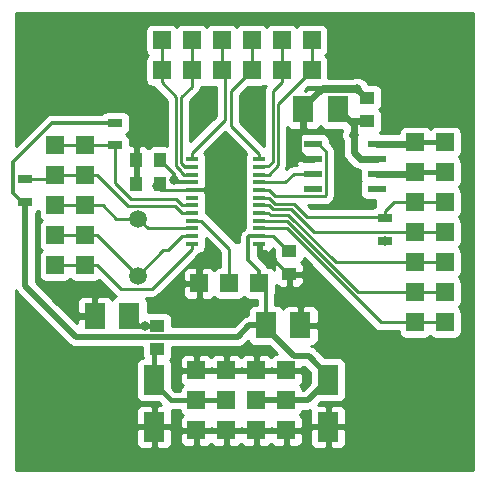
<source format=gbr>
G04 #@! TF.FileFunction,Copper,L2,Bot,Signal*
%FSLAX46Y46*%
G04 Gerber Fmt 4.6, Leading zero omitted, Abs format (unit mm)*
G04 Created by KiCad (PCBNEW 0.201509081510+6169~29~ubuntu15.04.1-product) date Čt 10. září 2015, 16:27:08 CEST*
%MOMM*%
G01*
G04 APERTURE LIST*
%ADD10C,0.150000*%
%ADD11R,1.524000X1.524000*%
%ADD12R,1.800000X2.230000*%
%ADD13R,1.250000X1.000000*%
%ADD14R,1.000000X1.250000*%
%ADD15R,1.800860X2.499360*%
%ADD16C,6.000000*%
%ADD17R,1.300000X0.700000*%
%ADD18R,1.550000X0.600000*%
%ADD19R,1.100000X0.400000*%
%ADD20C,1.501140*%
%ADD21C,0.800000*%
%ADD22C,0.500000*%
%ADD23C,0.300000*%
%ADD24C,0.250000*%
%ADD25C,0.600000*%
%ADD26C,0.400000*%
%ADD27C,0.254000*%
G04 APERTURE END LIST*
D10*
D11*
X15875000Y34798000D03*
X15875000Y37338000D03*
D12*
X25082000Y13208000D03*
X22162000Y13208000D03*
D13*
X24130000Y19542000D03*
X24130000Y17542000D03*
X30734000Y30496000D03*
X30734000Y32496000D03*
D14*
X13192000Y27178000D03*
X11192000Y27178000D03*
D15*
X27432000Y8602980D03*
X27432000Y4605020D03*
X12700000Y8602980D03*
X12700000Y4605020D03*
D11*
X23876000Y4318000D03*
X21336000Y4318000D03*
X23876000Y6858000D03*
X21336000Y6858000D03*
X23876000Y9398000D03*
X21336000Y9398000D03*
X37338000Y26162000D03*
X34798000Y26162000D03*
X37338000Y28702000D03*
X34798000Y28702000D03*
X13335000Y34798000D03*
X13335000Y37338000D03*
X18415000Y34798000D03*
X18415000Y37338000D03*
X20955000Y37338000D03*
X20955000Y34798000D03*
X26035000Y37338000D03*
X26035000Y34798000D03*
X23495000Y37338000D03*
X23495000Y34798000D03*
X16510000Y16764000D03*
X19050000Y16764000D03*
X21590000Y16764000D03*
X6858000Y28448000D03*
X4318000Y28448000D03*
X6858000Y25908000D03*
X4318000Y25908000D03*
X37338000Y18542000D03*
X34798000Y18542000D03*
X37338000Y21082000D03*
X34798000Y21082000D03*
X6858000Y18288000D03*
X4318000Y18288000D03*
X37338000Y13462000D03*
X34798000Y13462000D03*
X37338000Y16002000D03*
X34798000Y16002000D03*
X37338000Y23622000D03*
X34798000Y23622000D03*
X16256000Y9398000D03*
X18796000Y9398000D03*
X16256000Y6858000D03*
X18796000Y6858000D03*
X16256000Y4318000D03*
X18796000Y4318000D03*
X6858000Y20828000D03*
X4318000Y20828000D03*
X6858000Y23368000D03*
X4318000Y23368000D03*
D14*
X13192000Y25146000D03*
X11192000Y25146000D03*
D13*
X12954000Y13192000D03*
X12954000Y11192000D03*
D16*
X35560000Y35560000D03*
X35560000Y5080000D03*
X5080000Y35560000D03*
X5080000Y5080000D03*
D17*
X9398000Y30348000D03*
X9398000Y28448000D03*
X1778000Y23688000D03*
X1778000Y25588000D03*
X32258000Y20386000D03*
X32258000Y22286000D03*
D18*
X26129000Y24765000D03*
X26129000Y26035000D03*
X26129000Y27305000D03*
X26129000Y28575000D03*
X31529000Y28575000D03*
X31529000Y27305000D03*
X31529000Y26035000D03*
X31529000Y24765000D03*
D19*
X15885001Y20118466D03*
X15885001Y20768466D03*
X15885001Y21418466D03*
X15885001Y22068466D03*
X15885001Y22718466D03*
X15885001Y23368466D03*
X15885001Y24018466D03*
X15885001Y24668466D03*
X15885001Y25318466D03*
X15885001Y25968466D03*
X15885001Y26618466D03*
X15885001Y27268466D03*
X21585001Y27268466D03*
X21585001Y26618466D03*
X21585001Y25968466D03*
X21585001Y25318466D03*
X21585001Y24668466D03*
X21585001Y24018466D03*
X21585001Y23368466D03*
X21585001Y22718466D03*
X21585001Y22068466D03*
X21585001Y21418466D03*
X21585001Y20768466D03*
X21585001Y20118466D03*
D20*
X11303000Y22252940D03*
X11303000Y17371060D03*
D12*
X25337000Y31496000D03*
X28257000Y31496000D03*
X7684000Y13970000D03*
X10604000Y13970000D03*
D21*
X17280000Y18796000D03*
X5588000Y15621000D03*
X32258000Y20386000D03*
X24130000Y19558000D03*
X29591000Y29337000D03*
X14351000Y25527028D03*
X11886691Y13192000D03*
X29894000Y33211000D03*
X12954000Y25019000D03*
X25337000Y31496000D03*
X19431000Y21336000D03*
X18033998Y25400000D03*
X16383000Y31369000D03*
X20447000Y31369000D03*
D22*
X16510000Y16764000D02*
X16510000Y18026000D01*
X16510000Y18026000D02*
X17280000Y18796000D01*
X6350000Y13970000D02*
X5588000Y14732000D01*
X5588000Y14732000D02*
X5588000Y15621000D01*
X7684000Y13970000D02*
X6350000Y13970000D01*
D23*
X21585001Y19618466D02*
X21822695Y19380772D01*
X24130000Y17542000D02*
X24005000Y17542000D01*
X24005000Y17542000D02*
X22166228Y19380772D01*
X22166228Y19380772D02*
X21822695Y19380772D01*
X21585001Y20118466D02*
X21585001Y19618466D01*
D22*
X22162000Y13208000D02*
X20762000Y13208000D01*
X20762000Y13208000D02*
X19795999Y12241999D01*
X19795999Y12241999D02*
X6046001Y12241999D01*
X1778000Y22838000D02*
X1778000Y23688000D01*
X6046001Y12241999D02*
X1778000Y16510000D01*
X1778000Y16510000D02*
X1778000Y22838000D01*
X27432000Y8602980D02*
X27432000Y8952230D01*
X27432000Y8952230D02*
X25774229Y10610001D01*
X25774229Y10610001D02*
X24544999Y10610001D01*
X24544999Y10610001D02*
X22162000Y12993000D01*
X22162000Y12993000D02*
X22162000Y13208000D01*
X23876000Y6858000D02*
X25687020Y6858000D01*
X25687020Y6858000D02*
X27432000Y8602980D01*
X21336000Y6858000D02*
X23876000Y6858000D01*
D23*
X21585001Y20768466D02*
X20735001Y20768466D01*
X20735001Y20768466D02*
X20685000Y20718465D01*
X20685000Y20718465D02*
X20685000Y18731000D01*
X20685000Y18731000D02*
X21590000Y17826000D01*
X21590000Y17826000D02*
X21590000Y16764000D01*
X9398000Y30348000D02*
X4063998Y30348000D01*
X4063998Y30348000D02*
X777999Y27062001D01*
X777999Y27062001D02*
X777999Y24388001D01*
X777999Y24388001D02*
X1478000Y23688000D01*
X1478000Y23688000D02*
X1778000Y23688000D01*
D24*
X22778534Y20768466D02*
X22385001Y20768466D01*
X24130000Y19542000D02*
X24005000Y19542000D01*
X24005000Y19542000D02*
X22778534Y20768466D01*
X22385001Y20768466D02*
X21585001Y20768466D01*
D23*
X22162000Y13208000D02*
X22162000Y16192000D01*
X22162000Y16192000D02*
X21590000Y16764000D01*
D24*
X21590000Y16764000D02*
X21590000Y17776000D01*
D25*
X28257000Y31496000D02*
X29591000Y30162000D01*
X29591000Y30162000D02*
X29591000Y29464000D01*
X29591000Y29464000D02*
X29464000Y29337000D01*
X29591000Y28771315D02*
X29591000Y29337000D01*
X29591000Y27868000D02*
X29591000Y28771315D01*
X30154000Y27305000D02*
X29591000Y27868000D01*
X31529000Y27305000D02*
X30154000Y27305000D01*
X30734000Y30496000D02*
X29257000Y30496000D01*
X29257000Y30496000D02*
X28257000Y31496000D01*
X28257000Y31496000D02*
X28257000Y31281000D01*
X30609000Y30496000D02*
X30734000Y30496000D01*
D23*
X14351000Y25527028D02*
X14559562Y25318466D01*
X14559562Y25318466D02*
X15885001Y25318466D01*
X14351000Y25527028D02*
X14351000Y26019000D01*
X14351000Y26019000D02*
X13192000Y27178000D01*
D26*
X11886691Y13192000D02*
X11382000Y13192000D01*
X12954000Y13192000D02*
X11886691Y13192000D01*
X11382000Y13192000D02*
X10604000Y13970000D01*
D24*
X15885001Y25318466D02*
X14926534Y25318466D01*
X13192000Y27053000D02*
X13192000Y27178000D01*
D25*
X30609000Y32496000D02*
X29894000Y33211000D01*
D24*
X13304534Y24668466D02*
X12954000Y25019000D01*
X15885001Y24668466D02*
X13304534Y24668466D01*
D25*
X25337000Y31496000D02*
X25337000Y29781000D01*
X25337000Y29781000D02*
X24853999Y29297999D01*
X24853999Y29297999D02*
X24853999Y27874999D01*
X24853999Y27874999D02*
X25423998Y27305000D01*
X25423998Y27305000D02*
X26129000Y27305000D01*
X30734000Y32496000D02*
X30609000Y32496000D01*
X29894000Y33211000D02*
X26837000Y33211000D01*
X26837000Y33211000D02*
X25337000Y31711000D01*
X25337000Y31711000D02*
X25337000Y31496000D01*
D23*
X18033998Y25400000D02*
X18033998Y22733002D01*
X18033998Y22733002D02*
X19431000Y21336000D01*
X17302464Y24668466D02*
X17633999Y25000001D01*
X15885001Y24668466D02*
X17302464Y24668466D01*
X17633999Y25000001D02*
X18033998Y25400000D01*
D25*
X31529000Y26035000D02*
X34671000Y26035000D01*
X34671000Y26035000D02*
X34798000Y26162000D01*
D26*
X34798000Y26162000D02*
X37338000Y26162000D01*
D25*
X31529000Y28575000D02*
X34671000Y28575000D01*
X34671000Y28575000D02*
X34798000Y28702000D01*
D26*
X34798000Y28702000D02*
X37338000Y28702000D01*
D24*
X15010000Y26292406D02*
X15010000Y26158465D01*
X13335000Y33782000D02*
X14559989Y32557011D01*
X14559989Y32557011D02*
X14559991Y26742415D01*
X15010000Y26158465D02*
X15199999Y25968466D01*
X15199999Y25968466D02*
X15885001Y25968466D01*
X14559991Y26742415D02*
X15010000Y26292406D01*
X13335000Y34798000D02*
X13335000Y35810000D01*
X13335000Y35810000D02*
X13335000Y37338000D01*
X13335000Y34798000D02*
X13335000Y33786000D01*
X15875000Y33786000D02*
X15875000Y34798000D01*
X15010000Y26928816D02*
X15010000Y32536000D01*
X15010000Y32536000D02*
X15875000Y33401000D01*
X15320350Y26618466D02*
X15010000Y26928816D01*
X15885001Y26618466D02*
X15320350Y26618466D01*
X15875000Y33401000D02*
X15875000Y33786000D01*
X15875000Y34798000D02*
X15875000Y35810000D01*
X15875000Y35810000D02*
X15875000Y37338000D01*
X15885001Y27268466D02*
X15885001Y27823001D01*
X15885001Y27823001D02*
X18669000Y30607000D01*
X18669000Y30607000D02*
X18669000Y34544000D01*
X18669000Y34544000D02*
X18415000Y34798000D01*
X18415000Y34798000D02*
X18415000Y37338000D01*
X20955000Y34798000D02*
X20955000Y35810000D01*
X20955000Y35810000D02*
X20955000Y37338000D01*
X21585001Y27268466D02*
X21585001Y27718466D01*
X21585001Y27718466D02*
X19177000Y30126467D01*
X19177000Y30126467D02*
X19177000Y33020000D01*
X19177000Y33020000D02*
X20955000Y34798000D01*
X22385001Y25968466D02*
X21585001Y25968466D01*
X23183011Y26766476D02*
X22385001Y25968466D01*
X23183011Y31946011D02*
X23183011Y26766476D01*
X26035000Y34798000D02*
X23183011Y31946011D01*
X26035000Y34798000D02*
X26035000Y35810000D01*
X26035000Y35810000D02*
X26035000Y37338000D01*
X21160011Y26693456D02*
X22344993Y26693456D01*
X22733000Y33024000D02*
X23495000Y33786000D01*
X22344993Y26693456D02*
X22733000Y27081463D01*
X22733000Y27081463D02*
X22733000Y33024000D01*
X23495000Y33786000D02*
X23495000Y34798000D01*
X21585001Y26618466D02*
X21160011Y26618466D01*
X21160011Y26618466D02*
X21160011Y26693456D01*
X23495000Y34798000D02*
X23495000Y35810000D01*
X23495000Y35810000D02*
X23495000Y37338000D01*
X15885001Y22068466D02*
X16685001Y22068466D01*
X16685001Y22068466D02*
X19050000Y19703467D01*
X19050000Y19703467D02*
X19050000Y17776000D01*
X19050000Y17776000D02*
X19050000Y16764000D01*
X15885001Y23368466D02*
X15085001Y23368466D01*
X10751998Y23876000D02*
X9398000Y25229998D01*
X15085001Y23368466D02*
X14577467Y23876000D01*
X14577467Y23876000D02*
X10751998Y23876000D01*
X9398000Y25229998D02*
X9398000Y27848000D01*
X9398000Y27848000D02*
X9398000Y28448000D01*
X6858000Y28448000D02*
X4318000Y28448000D01*
X9398000Y28448000D02*
X8498000Y28448000D01*
X8498000Y28448000D02*
X6858000Y28448000D01*
X4318000Y25908000D02*
X5330000Y25908000D01*
X5330000Y25908000D02*
X6858000Y25908000D01*
X1778000Y25588000D02*
X3998000Y25588000D01*
X3998000Y25588000D02*
X4318000Y25908000D01*
X6858000Y25908000D02*
X7870000Y25908000D01*
X14474956Y23328511D02*
X15085001Y22718466D01*
X7870000Y25908000D02*
X10449489Y23328511D01*
X10449489Y23328511D02*
X14474956Y23328511D01*
X15085001Y22718466D02*
X15885001Y22718466D01*
X33786000Y18542000D02*
X34798000Y18542000D01*
X28112824Y18542000D02*
X33786000Y18542000D01*
X24059846Y22594978D02*
X28112824Y18542000D01*
X22508489Y22594978D02*
X24059846Y22594978D01*
X22385001Y22718466D02*
X22508489Y22594978D01*
X21585001Y22718466D02*
X22385001Y22718466D01*
X34798000Y18542000D02*
X35810000Y18542000D01*
X35810000Y18542000D02*
X37338000Y18542000D01*
X31909999Y21111001D02*
X33756999Y21111001D01*
X31880998Y21082000D02*
X31909999Y21111001D01*
X24269007Y23044989D02*
X26231996Y21082000D01*
X26231996Y21082000D02*
X31880998Y21082000D01*
X22722067Y23044989D02*
X24269007Y23044989D01*
X21585001Y23368466D02*
X22398590Y23368466D01*
X22398590Y23368466D02*
X22722067Y23044989D01*
X33786000Y21082000D02*
X34798000Y21082000D01*
X33756999Y21111001D02*
X33786000Y21082000D01*
X37338000Y21082000D02*
X34798000Y21082000D01*
X6858000Y18288000D02*
X4318000Y18288000D01*
X6858000Y18288000D02*
X7870000Y18288000D01*
X7870000Y18288000D02*
X9862511Y16295489D01*
X12512024Y16295489D02*
X15885001Y19668466D01*
X9862511Y16295489D02*
X12512024Y16295489D01*
X15885001Y19668466D02*
X15885001Y20118466D01*
X23919123Y21418466D02*
X31875589Y13462000D01*
X21585001Y21418466D02*
X23919123Y21418466D01*
X31875589Y13462000D02*
X33786000Y13462000D01*
X33786000Y13462000D02*
X34798000Y13462000D01*
X34798000Y13462000D02*
X35810000Y13462000D01*
X35810000Y13462000D02*
X37338000Y13462000D01*
X22385001Y22068466D02*
X21585001Y22068466D01*
X29972000Y16002000D02*
X23905534Y22068466D01*
X23905534Y22068466D02*
X22385001Y22068466D01*
X34798000Y16002000D02*
X29972000Y16002000D01*
X37338000Y16002000D02*
X34798000Y16002000D01*
X32512000Y22352000D02*
X25654000Y22352000D01*
X25654000Y22352000D02*
X24511000Y23495000D01*
X24511000Y23495000D02*
X22908467Y23495000D01*
X22908467Y23495000D02*
X22385001Y24018466D01*
X22385001Y24018466D02*
X21585001Y24018466D01*
X34798000Y23622000D02*
X32994000Y23622000D01*
X32994000Y23622000D02*
X32258000Y22886000D01*
X32258000Y22886000D02*
X32258000Y22286000D01*
X34798000Y23622000D02*
X33782000Y23622000D01*
X34798000Y23622000D02*
X35810000Y23622000D01*
X35810000Y23622000D02*
X37338000Y23622000D01*
X4318000Y20828000D02*
X5330000Y20828000D01*
X5330000Y20828000D02*
X6858000Y20828000D01*
X11303000Y17371060D02*
X7846060Y20828000D01*
X7846060Y20828000D02*
X6858000Y20828000D01*
X13874535Y19558000D02*
X13489940Y19558000D01*
X13489940Y19558000D02*
X11303000Y17371060D01*
X15085001Y20768466D02*
X13874535Y19558000D01*
X15885001Y20768466D02*
X15085001Y20768466D01*
X6858000Y23368000D02*
X5846000Y23368000D01*
X5846000Y23368000D02*
X4318000Y23368000D01*
X9497060Y22252940D02*
X8382000Y23368000D01*
X8382000Y23368000D02*
X6858000Y23368000D01*
X11303000Y22252940D02*
X9497060Y22252940D01*
X15885001Y21418466D02*
X12137474Y21418466D01*
X12137474Y21418466D02*
X11303000Y22252940D01*
X23794466Y25318466D02*
X24511000Y26035000D01*
X24511000Y26035000D02*
X26129000Y26035000D01*
X23794466Y25318466D02*
X21585001Y25318466D01*
X22913468Y24139999D02*
X27164001Y24139999D01*
X27164001Y24139999D02*
X27229001Y24204999D01*
X27229001Y24204999D02*
X27229001Y27949999D01*
X27229001Y27949999D02*
X26604000Y28575000D01*
X26604000Y28575000D02*
X26129000Y28575000D01*
X21585001Y24668466D02*
X22385001Y24668466D01*
X22385001Y24668466D02*
X22913468Y24139999D01*
D26*
X12700000Y8602980D02*
X12700000Y10938000D01*
X12700000Y10938000D02*
X12954000Y11192000D01*
X16256000Y6858000D02*
X14095730Y6858000D01*
X14095730Y6858000D02*
X12700000Y8253730D01*
X12700000Y8253730D02*
X12700000Y8602980D01*
X18796000Y6858000D02*
X16256000Y6858000D01*
D27*
G36*
X39676000Y964000D02*
X964000Y964000D01*
X964000Y4319270D01*
X11164570Y4319270D01*
X11164570Y3229031D01*
X11261243Y2995642D01*
X11439871Y2817013D01*
X11673260Y2720340D01*
X12414250Y2720340D01*
X12573000Y2879090D01*
X12573000Y4478020D01*
X12827000Y4478020D01*
X12827000Y2879090D01*
X12985750Y2720340D01*
X13726740Y2720340D01*
X13960129Y2817013D01*
X14138757Y2995642D01*
X14235430Y3229031D01*
X14235430Y4032250D01*
X14859000Y4032250D01*
X14859000Y3429690D01*
X14955673Y3196301D01*
X15134302Y3017673D01*
X15367691Y2921000D01*
X15970250Y2921000D01*
X16129000Y3079750D01*
X16129000Y4191000D01*
X16383000Y4191000D01*
X16383000Y3079750D01*
X16541750Y2921000D01*
X17144309Y2921000D01*
X17377698Y3017673D01*
X17526000Y3165974D01*
X17674302Y3017673D01*
X17907691Y2921000D01*
X18510250Y2921000D01*
X18669000Y3079750D01*
X18669000Y4191000D01*
X18923000Y4191000D01*
X18923000Y3079750D01*
X19081750Y2921000D01*
X19684309Y2921000D01*
X19917698Y3017673D01*
X20066000Y3165974D01*
X20214302Y3017673D01*
X20447691Y2921000D01*
X21050250Y2921000D01*
X21209000Y3079750D01*
X21209000Y4191000D01*
X21463000Y4191000D01*
X21463000Y3079750D01*
X21621750Y2921000D01*
X22224309Y2921000D01*
X22457698Y3017673D01*
X22606000Y3165974D01*
X22754302Y3017673D01*
X22987691Y2921000D01*
X23590250Y2921000D01*
X23749000Y3079750D01*
X23749000Y4191000D01*
X24003000Y4191000D01*
X24003000Y3079750D01*
X24161750Y2921000D01*
X24764309Y2921000D01*
X24997698Y3017673D01*
X25176327Y3196301D01*
X25273000Y3429690D01*
X25273000Y4032250D01*
X25114250Y4191000D01*
X24003000Y4191000D01*
X23749000Y4191000D01*
X22637750Y4191000D01*
X22606000Y4159250D01*
X22574250Y4191000D01*
X21463000Y4191000D01*
X21209000Y4191000D01*
X20097750Y4191000D01*
X20066000Y4159250D01*
X20034250Y4191000D01*
X18923000Y4191000D01*
X18669000Y4191000D01*
X17557750Y4191000D01*
X17526000Y4159250D01*
X17494250Y4191000D01*
X16383000Y4191000D01*
X16129000Y4191000D01*
X15017750Y4191000D01*
X14859000Y4032250D01*
X14235430Y4032250D01*
X14235430Y4319270D01*
X25896570Y4319270D01*
X25896570Y3229031D01*
X25993243Y2995642D01*
X26171871Y2817013D01*
X26405260Y2720340D01*
X27146250Y2720340D01*
X27305000Y2879090D01*
X27305000Y4478020D01*
X27559000Y4478020D01*
X27559000Y2879090D01*
X27717750Y2720340D01*
X28458740Y2720340D01*
X28692129Y2817013D01*
X28870757Y2995642D01*
X28967430Y3229031D01*
X28967430Y4319270D01*
X28808680Y4478020D01*
X27559000Y4478020D01*
X27305000Y4478020D01*
X26055320Y4478020D01*
X25896570Y4319270D01*
X14235430Y4319270D01*
X14076680Y4478020D01*
X12827000Y4478020D01*
X12573000Y4478020D01*
X11323320Y4478020D01*
X11164570Y4319270D01*
X964000Y4319270D01*
X964000Y5981009D01*
X11164570Y5981009D01*
X11164570Y4890770D01*
X11323320Y4732020D01*
X12573000Y4732020D01*
X12573000Y6330950D01*
X12414250Y6489700D01*
X11673260Y6489700D01*
X11439871Y6393027D01*
X11261243Y6214398D01*
X11164570Y5981009D01*
X964000Y5981009D01*
X964000Y16165888D01*
X1073506Y16002000D01*
X1152210Y15884210D01*
X5420209Y11616212D01*
X5420211Y11616209D01*
X5707326Y11424366D01*
X5763517Y11413189D01*
X6046001Y11356998D01*
X6046006Y11356999D01*
X11681560Y11356999D01*
X11681560Y10692000D01*
X11720469Y10485216D01*
X11564253Y10455822D01*
X11348129Y10316750D01*
X11203139Y10104550D01*
X11152130Y9852660D01*
X11152130Y7353300D01*
X11196408Y7117983D01*
X11335480Y6901859D01*
X11547680Y6756869D01*
X11799570Y6705860D01*
X13067002Y6705860D01*
X13283162Y6489700D01*
X12985750Y6489700D01*
X12827000Y6330950D01*
X12827000Y4732020D01*
X14076680Y4732020D01*
X14235430Y4890770D01*
X14235430Y5981009D01*
X14218037Y6023000D01*
X14860296Y6023000D01*
X14890838Y5860683D01*
X15029910Y5644559D01*
X15107511Y5591536D01*
X14955673Y5439699D01*
X14859000Y5206310D01*
X14859000Y4603750D01*
X15017750Y4445000D01*
X16129000Y4445000D01*
X16129000Y4465000D01*
X16383000Y4465000D01*
X16383000Y4445000D01*
X17494250Y4445000D01*
X17526000Y4476750D01*
X17557750Y4445000D01*
X18669000Y4445000D01*
X18669000Y4465000D01*
X18923000Y4465000D01*
X18923000Y4445000D01*
X20034250Y4445000D01*
X20066000Y4476750D01*
X20097750Y4445000D01*
X21209000Y4445000D01*
X21209000Y4465000D01*
X21463000Y4465000D01*
X21463000Y4445000D01*
X22574250Y4445000D01*
X22606000Y4476750D01*
X22637750Y4445000D01*
X23749000Y4445000D01*
X23749000Y4465000D01*
X24003000Y4465000D01*
X24003000Y4445000D01*
X25114250Y4445000D01*
X25273000Y4603750D01*
X25273000Y5206310D01*
X25176327Y5439699D01*
X25025354Y5590671D01*
X25089441Y5631910D01*
X25234431Y5844110D01*
X25260532Y5973000D01*
X25687015Y5973000D01*
X25687020Y5972999D01*
X25911770Y6017706D01*
X25896570Y5981009D01*
X25896570Y4890770D01*
X26055320Y4732020D01*
X27305000Y4732020D01*
X27305000Y6330950D01*
X27559000Y6330950D01*
X27559000Y4732020D01*
X28808680Y4732020D01*
X28967430Y4890770D01*
X28967430Y5981009D01*
X28870757Y6214398D01*
X28692129Y6393027D01*
X28458740Y6489700D01*
X27717750Y6489700D01*
X27559000Y6330950D01*
X27305000Y6330950D01*
X27146250Y6489700D01*
X26570300Y6489700D01*
X26786460Y6705860D01*
X28332430Y6705860D01*
X28567747Y6750138D01*
X28783871Y6889210D01*
X28928861Y7101410D01*
X28979870Y7353300D01*
X28979870Y9852660D01*
X28935592Y10087977D01*
X28796520Y10304101D01*
X28584320Y10449091D01*
X28332430Y10500100D01*
X27135710Y10500100D01*
X26400019Y11235791D01*
X26367468Y11257541D01*
X26112904Y11427634D01*
X26056713Y11438811D01*
X25960246Y11458000D01*
X26108309Y11458000D01*
X26341698Y11554673D01*
X26520327Y11733301D01*
X26617000Y11966690D01*
X26617000Y12922250D01*
X26458250Y13081000D01*
X25209000Y13081000D01*
X25209000Y13061000D01*
X24955000Y13061000D01*
X24955000Y13081000D01*
X24935000Y13081000D01*
X24935000Y13335000D01*
X24955000Y13335000D01*
X24955000Y14799250D01*
X25209000Y14799250D01*
X25209000Y13335000D01*
X26458250Y13335000D01*
X26617000Y13493750D01*
X26617000Y14449310D01*
X26520327Y14682699D01*
X26341698Y14861327D01*
X26108309Y14958000D01*
X25367750Y14958000D01*
X25209000Y14799250D01*
X24955000Y14799250D01*
X24796250Y14958000D01*
X24055691Y14958000D01*
X23822302Y14861327D01*
X23643673Y14682699D01*
X23620744Y14627344D01*
X23526090Y14774441D01*
X23313890Y14919431D01*
X23062000Y14970440D01*
X22947000Y14970440D01*
X22947000Y15748016D01*
X22948431Y15750110D01*
X22999440Y16002000D01*
X22999440Y16649535D01*
X23145301Y16503673D01*
X23378690Y16407000D01*
X23844250Y16407000D01*
X24003000Y16565750D01*
X24003000Y17415000D01*
X24257000Y17415000D01*
X24257000Y16565750D01*
X24415750Y16407000D01*
X24881310Y16407000D01*
X25114699Y16503673D01*
X25293327Y16682302D01*
X25390000Y16915691D01*
X25390000Y17256250D01*
X25231250Y17415000D01*
X24257000Y17415000D01*
X24003000Y17415000D01*
X23983000Y17415000D01*
X23983000Y17669000D01*
X24003000Y17669000D01*
X24003000Y17689000D01*
X24257000Y17689000D01*
X24257000Y17669000D01*
X25231250Y17669000D01*
X25390000Y17827750D01*
X25390000Y18168309D01*
X25293327Y18401698D01*
X25152090Y18542936D01*
X25206441Y18577910D01*
X25351431Y18790110D01*
X25371849Y18890938D01*
X31338188Y12924599D01*
X31584750Y12759852D01*
X31875589Y12702000D01*
X33388560Y12702000D01*
X33388560Y12700000D01*
X33432838Y12464683D01*
X33571910Y12248559D01*
X33784110Y12103569D01*
X34036000Y12052560D01*
X35560000Y12052560D01*
X35795317Y12096838D01*
X36011441Y12235910D01*
X36067374Y12317770D01*
X36111910Y12248559D01*
X36324110Y12103569D01*
X36576000Y12052560D01*
X38100000Y12052560D01*
X38335317Y12096838D01*
X38551441Y12235910D01*
X38696431Y12448110D01*
X38747440Y12700000D01*
X38747440Y14224000D01*
X38703162Y14459317D01*
X38564090Y14675441D01*
X38482230Y14731374D01*
X38551441Y14775910D01*
X38696431Y14988110D01*
X38747440Y15240000D01*
X38747440Y16764000D01*
X38703162Y16999317D01*
X38564090Y17215441D01*
X38482230Y17271374D01*
X38551441Y17315910D01*
X38696431Y17528110D01*
X38747440Y17780000D01*
X38747440Y19304000D01*
X38703162Y19539317D01*
X38564090Y19755441D01*
X38482230Y19811374D01*
X38551441Y19855910D01*
X38696431Y20068110D01*
X38747440Y20320000D01*
X38747440Y21844000D01*
X38703162Y22079317D01*
X38564090Y22295441D01*
X38482230Y22351374D01*
X38551441Y22395910D01*
X38696431Y22608110D01*
X38747440Y22860000D01*
X38747440Y24384000D01*
X38703162Y24619317D01*
X38564090Y24835441D01*
X38482230Y24891374D01*
X38551441Y24935910D01*
X38696431Y25148110D01*
X38747440Y25400000D01*
X38747440Y26924000D01*
X38703162Y27159317D01*
X38564090Y27375441D01*
X38482230Y27431374D01*
X38551441Y27475910D01*
X38696431Y27688110D01*
X38747440Y27940000D01*
X38747440Y29464000D01*
X38703162Y29699317D01*
X38564090Y29915441D01*
X38351890Y30060431D01*
X38100000Y30111440D01*
X36576000Y30111440D01*
X36340683Y30067162D01*
X36124559Y29928090D01*
X36068626Y29846230D01*
X36024090Y29915441D01*
X35811890Y30060431D01*
X35560000Y30111440D01*
X34036000Y30111440D01*
X33800683Y30067162D01*
X33584559Y29928090D01*
X33439569Y29715890D01*
X33397875Y29510000D01*
X32365431Y29510000D01*
X32304000Y29522440D01*
X31795724Y29522440D01*
X31810441Y29531910D01*
X31955431Y29744110D01*
X32006440Y29996000D01*
X32006440Y30996000D01*
X31962162Y31231317D01*
X31823090Y31447441D01*
X31753289Y31495134D01*
X31810441Y31531910D01*
X31955431Y31744110D01*
X32006440Y31996000D01*
X32006440Y32996000D01*
X31962162Y33231317D01*
X31823090Y33447441D01*
X31610890Y33592431D01*
X31359000Y33643440D01*
X30835191Y33643440D01*
X30771942Y33796515D01*
X30481046Y34087919D01*
X30100777Y34245820D01*
X29689029Y34246179D01*
X29446576Y34146000D01*
X27444440Y34146000D01*
X27444440Y35560000D01*
X27400162Y35795317D01*
X27261090Y36011441D01*
X27179230Y36067374D01*
X27248441Y36111910D01*
X27393431Y36324110D01*
X27444440Y36576000D01*
X27444440Y38100000D01*
X27400162Y38335317D01*
X27261090Y38551441D01*
X27048890Y38696431D01*
X26797000Y38747440D01*
X25273000Y38747440D01*
X25037683Y38703162D01*
X24821559Y38564090D01*
X24765626Y38482230D01*
X24721090Y38551441D01*
X24508890Y38696431D01*
X24257000Y38747440D01*
X22733000Y38747440D01*
X22497683Y38703162D01*
X22281559Y38564090D01*
X22225626Y38482230D01*
X22181090Y38551441D01*
X21968890Y38696431D01*
X21717000Y38747440D01*
X20193000Y38747440D01*
X19957683Y38703162D01*
X19741559Y38564090D01*
X19685626Y38482230D01*
X19641090Y38551441D01*
X19428890Y38696431D01*
X19177000Y38747440D01*
X17653000Y38747440D01*
X17417683Y38703162D01*
X17201559Y38564090D01*
X17145626Y38482230D01*
X17101090Y38551441D01*
X16888890Y38696431D01*
X16637000Y38747440D01*
X15113000Y38747440D01*
X14877683Y38703162D01*
X14661559Y38564090D01*
X14605626Y38482230D01*
X14561090Y38551441D01*
X14348890Y38696431D01*
X14097000Y38747440D01*
X12573000Y38747440D01*
X12337683Y38703162D01*
X12121559Y38564090D01*
X11976569Y38351890D01*
X11925560Y38100000D01*
X11925560Y36576000D01*
X11969838Y36340683D01*
X12108910Y36124559D01*
X12190770Y36068626D01*
X12121559Y36024090D01*
X11976569Y35811890D01*
X11925560Y35560000D01*
X11925560Y34036000D01*
X11969838Y33800683D01*
X12108910Y33584559D01*
X12321110Y33439569D01*
X12573000Y33388560D01*
X12701408Y33388560D01*
X12797599Y33244599D01*
X13799989Y32242209D01*
X13799990Y28428571D01*
X13692000Y28450440D01*
X12692000Y28450440D01*
X12456683Y28406162D01*
X12240559Y28267090D01*
X12194031Y28198994D01*
X12051698Y28341327D01*
X11818309Y28438000D01*
X11477750Y28438000D01*
X11319000Y28279250D01*
X11319000Y27305000D01*
X11339000Y27305000D01*
X11339000Y27051000D01*
X11319000Y27051000D01*
X11319000Y25273000D01*
X11339000Y25273000D01*
X11339000Y25019000D01*
X11319000Y25019000D01*
X11319000Y24999000D01*
X11065000Y24999000D01*
X11065000Y25019000D01*
X11045000Y25019000D01*
X11045000Y25273000D01*
X11065000Y25273000D01*
X11065000Y27051000D01*
X11045000Y27051000D01*
X11045000Y27305000D01*
X11065000Y27305000D01*
X11065000Y28279250D01*
X10906250Y28438000D01*
X10695440Y28438000D01*
X10695440Y28798000D01*
X10651162Y29033317D01*
X10512090Y29249441D01*
X10299890Y29394431D01*
X10286803Y29397081D01*
X10499441Y29533910D01*
X10644431Y29746110D01*
X10695440Y29998000D01*
X10695440Y30698000D01*
X10651162Y30933317D01*
X10512090Y31149441D01*
X10299890Y31294431D01*
X10048000Y31345440D01*
X8748000Y31345440D01*
X8512683Y31301162D01*
X8296559Y31162090D01*
X8276683Y31133000D01*
X4063998Y31133000D01*
X3763591Y31073245D01*
X3508919Y30903079D01*
X964000Y28358160D01*
X964000Y39676000D01*
X39676000Y39676000D01*
X39676000Y964000D01*
X39676000Y964000D01*
G37*
X39676000Y964000D02*
X964000Y964000D01*
X964000Y4319270D01*
X11164570Y4319270D01*
X11164570Y3229031D01*
X11261243Y2995642D01*
X11439871Y2817013D01*
X11673260Y2720340D01*
X12414250Y2720340D01*
X12573000Y2879090D01*
X12573000Y4478020D01*
X12827000Y4478020D01*
X12827000Y2879090D01*
X12985750Y2720340D01*
X13726740Y2720340D01*
X13960129Y2817013D01*
X14138757Y2995642D01*
X14235430Y3229031D01*
X14235430Y4032250D01*
X14859000Y4032250D01*
X14859000Y3429690D01*
X14955673Y3196301D01*
X15134302Y3017673D01*
X15367691Y2921000D01*
X15970250Y2921000D01*
X16129000Y3079750D01*
X16129000Y4191000D01*
X16383000Y4191000D01*
X16383000Y3079750D01*
X16541750Y2921000D01*
X17144309Y2921000D01*
X17377698Y3017673D01*
X17526000Y3165974D01*
X17674302Y3017673D01*
X17907691Y2921000D01*
X18510250Y2921000D01*
X18669000Y3079750D01*
X18669000Y4191000D01*
X18923000Y4191000D01*
X18923000Y3079750D01*
X19081750Y2921000D01*
X19684309Y2921000D01*
X19917698Y3017673D01*
X20066000Y3165974D01*
X20214302Y3017673D01*
X20447691Y2921000D01*
X21050250Y2921000D01*
X21209000Y3079750D01*
X21209000Y4191000D01*
X21463000Y4191000D01*
X21463000Y3079750D01*
X21621750Y2921000D01*
X22224309Y2921000D01*
X22457698Y3017673D01*
X22606000Y3165974D01*
X22754302Y3017673D01*
X22987691Y2921000D01*
X23590250Y2921000D01*
X23749000Y3079750D01*
X23749000Y4191000D01*
X24003000Y4191000D01*
X24003000Y3079750D01*
X24161750Y2921000D01*
X24764309Y2921000D01*
X24997698Y3017673D01*
X25176327Y3196301D01*
X25273000Y3429690D01*
X25273000Y4032250D01*
X25114250Y4191000D01*
X24003000Y4191000D01*
X23749000Y4191000D01*
X22637750Y4191000D01*
X22606000Y4159250D01*
X22574250Y4191000D01*
X21463000Y4191000D01*
X21209000Y4191000D01*
X20097750Y4191000D01*
X20066000Y4159250D01*
X20034250Y4191000D01*
X18923000Y4191000D01*
X18669000Y4191000D01*
X17557750Y4191000D01*
X17526000Y4159250D01*
X17494250Y4191000D01*
X16383000Y4191000D01*
X16129000Y4191000D01*
X15017750Y4191000D01*
X14859000Y4032250D01*
X14235430Y4032250D01*
X14235430Y4319270D01*
X25896570Y4319270D01*
X25896570Y3229031D01*
X25993243Y2995642D01*
X26171871Y2817013D01*
X26405260Y2720340D01*
X27146250Y2720340D01*
X27305000Y2879090D01*
X27305000Y4478020D01*
X27559000Y4478020D01*
X27559000Y2879090D01*
X27717750Y2720340D01*
X28458740Y2720340D01*
X28692129Y2817013D01*
X28870757Y2995642D01*
X28967430Y3229031D01*
X28967430Y4319270D01*
X28808680Y4478020D01*
X27559000Y4478020D01*
X27305000Y4478020D01*
X26055320Y4478020D01*
X25896570Y4319270D01*
X14235430Y4319270D01*
X14076680Y4478020D01*
X12827000Y4478020D01*
X12573000Y4478020D01*
X11323320Y4478020D01*
X11164570Y4319270D01*
X964000Y4319270D01*
X964000Y5981009D01*
X11164570Y5981009D01*
X11164570Y4890770D01*
X11323320Y4732020D01*
X12573000Y4732020D01*
X12573000Y6330950D01*
X12414250Y6489700D01*
X11673260Y6489700D01*
X11439871Y6393027D01*
X11261243Y6214398D01*
X11164570Y5981009D01*
X964000Y5981009D01*
X964000Y16165888D01*
X1073506Y16002000D01*
X1152210Y15884210D01*
X5420209Y11616212D01*
X5420211Y11616209D01*
X5707326Y11424366D01*
X5763517Y11413189D01*
X6046001Y11356998D01*
X6046006Y11356999D01*
X11681560Y11356999D01*
X11681560Y10692000D01*
X11720469Y10485216D01*
X11564253Y10455822D01*
X11348129Y10316750D01*
X11203139Y10104550D01*
X11152130Y9852660D01*
X11152130Y7353300D01*
X11196408Y7117983D01*
X11335480Y6901859D01*
X11547680Y6756869D01*
X11799570Y6705860D01*
X13067002Y6705860D01*
X13283162Y6489700D01*
X12985750Y6489700D01*
X12827000Y6330950D01*
X12827000Y4732020D01*
X14076680Y4732020D01*
X14235430Y4890770D01*
X14235430Y5981009D01*
X14218037Y6023000D01*
X14860296Y6023000D01*
X14890838Y5860683D01*
X15029910Y5644559D01*
X15107511Y5591536D01*
X14955673Y5439699D01*
X14859000Y5206310D01*
X14859000Y4603750D01*
X15017750Y4445000D01*
X16129000Y4445000D01*
X16129000Y4465000D01*
X16383000Y4465000D01*
X16383000Y4445000D01*
X17494250Y4445000D01*
X17526000Y4476750D01*
X17557750Y4445000D01*
X18669000Y4445000D01*
X18669000Y4465000D01*
X18923000Y4465000D01*
X18923000Y4445000D01*
X20034250Y4445000D01*
X20066000Y4476750D01*
X20097750Y4445000D01*
X21209000Y4445000D01*
X21209000Y4465000D01*
X21463000Y4465000D01*
X21463000Y4445000D01*
X22574250Y4445000D01*
X22606000Y4476750D01*
X22637750Y4445000D01*
X23749000Y4445000D01*
X23749000Y4465000D01*
X24003000Y4465000D01*
X24003000Y4445000D01*
X25114250Y4445000D01*
X25273000Y4603750D01*
X25273000Y5206310D01*
X25176327Y5439699D01*
X25025354Y5590671D01*
X25089441Y5631910D01*
X25234431Y5844110D01*
X25260532Y5973000D01*
X25687015Y5973000D01*
X25687020Y5972999D01*
X25911770Y6017706D01*
X25896570Y5981009D01*
X25896570Y4890770D01*
X26055320Y4732020D01*
X27305000Y4732020D01*
X27305000Y6330950D01*
X27559000Y6330950D01*
X27559000Y4732020D01*
X28808680Y4732020D01*
X28967430Y4890770D01*
X28967430Y5981009D01*
X28870757Y6214398D01*
X28692129Y6393027D01*
X28458740Y6489700D01*
X27717750Y6489700D01*
X27559000Y6330950D01*
X27305000Y6330950D01*
X27146250Y6489700D01*
X26570300Y6489700D01*
X26786460Y6705860D01*
X28332430Y6705860D01*
X28567747Y6750138D01*
X28783871Y6889210D01*
X28928861Y7101410D01*
X28979870Y7353300D01*
X28979870Y9852660D01*
X28935592Y10087977D01*
X28796520Y10304101D01*
X28584320Y10449091D01*
X28332430Y10500100D01*
X27135710Y10500100D01*
X26400019Y11235791D01*
X26367468Y11257541D01*
X26112904Y11427634D01*
X26056713Y11438811D01*
X25960246Y11458000D01*
X26108309Y11458000D01*
X26341698Y11554673D01*
X26520327Y11733301D01*
X26617000Y11966690D01*
X26617000Y12922250D01*
X26458250Y13081000D01*
X25209000Y13081000D01*
X25209000Y13061000D01*
X24955000Y13061000D01*
X24955000Y13081000D01*
X24935000Y13081000D01*
X24935000Y13335000D01*
X24955000Y13335000D01*
X24955000Y14799250D01*
X25209000Y14799250D01*
X25209000Y13335000D01*
X26458250Y13335000D01*
X26617000Y13493750D01*
X26617000Y14449310D01*
X26520327Y14682699D01*
X26341698Y14861327D01*
X26108309Y14958000D01*
X25367750Y14958000D01*
X25209000Y14799250D01*
X24955000Y14799250D01*
X24796250Y14958000D01*
X24055691Y14958000D01*
X23822302Y14861327D01*
X23643673Y14682699D01*
X23620744Y14627344D01*
X23526090Y14774441D01*
X23313890Y14919431D01*
X23062000Y14970440D01*
X22947000Y14970440D01*
X22947000Y15748016D01*
X22948431Y15750110D01*
X22999440Y16002000D01*
X22999440Y16649535D01*
X23145301Y16503673D01*
X23378690Y16407000D01*
X23844250Y16407000D01*
X24003000Y16565750D01*
X24003000Y17415000D01*
X24257000Y17415000D01*
X24257000Y16565750D01*
X24415750Y16407000D01*
X24881310Y16407000D01*
X25114699Y16503673D01*
X25293327Y16682302D01*
X25390000Y16915691D01*
X25390000Y17256250D01*
X25231250Y17415000D01*
X24257000Y17415000D01*
X24003000Y17415000D01*
X23983000Y17415000D01*
X23983000Y17669000D01*
X24003000Y17669000D01*
X24003000Y17689000D01*
X24257000Y17689000D01*
X24257000Y17669000D01*
X25231250Y17669000D01*
X25390000Y17827750D01*
X25390000Y18168309D01*
X25293327Y18401698D01*
X25152090Y18542936D01*
X25206441Y18577910D01*
X25351431Y18790110D01*
X25371849Y18890938D01*
X31338188Y12924599D01*
X31584750Y12759852D01*
X31875589Y12702000D01*
X33388560Y12702000D01*
X33388560Y12700000D01*
X33432838Y12464683D01*
X33571910Y12248559D01*
X33784110Y12103569D01*
X34036000Y12052560D01*
X35560000Y12052560D01*
X35795317Y12096838D01*
X36011441Y12235910D01*
X36067374Y12317770D01*
X36111910Y12248559D01*
X36324110Y12103569D01*
X36576000Y12052560D01*
X38100000Y12052560D01*
X38335317Y12096838D01*
X38551441Y12235910D01*
X38696431Y12448110D01*
X38747440Y12700000D01*
X38747440Y14224000D01*
X38703162Y14459317D01*
X38564090Y14675441D01*
X38482230Y14731374D01*
X38551441Y14775910D01*
X38696431Y14988110D01*
X38747440Y15240000D01*
X38747440Y16764000D01*
X38703162Y16999317D01*
X38564090Y17215441D01*
X38482230Y17271374D01*
X38551441Y17315910D01*
X38696431Y17528110D01*
X38747440Y17780000D01*
X38747440Y19304000D01*
X38703162Y19539317D01*
X38564090Y19755441D01*
X38482230Y19811374D01*
X38551441Y19855910D01*
X38696431Y20068110D01*
X38747440Y20320000D01*
X38747440Y21844000D01*
X38703162Y22079317D01*
X38564090Y22295441D01*
X38482230Y22351374D01*
X38551441Y22395910D01*
X38696431Y22608110D01*
X38747440Y22860000D01*
X38747440Y24384000D01*
X38703162Y24619317D01*
X38564090Y24835441D01*
X38482230Y24891374D01*
X38551441Y24935910D01*
X38696431Y25148110D01*
X38747440Y25400000D01*
X38747440Y26924000D01*
X38703162Y27159317D01*
X38564090Y27375441D01*
X38482230Y27431374D01*
X38551441Y27475910D01*
X38696431Y27688110D01*
X38747440Y27940000D01*
X38747440Y29464000D01*
X38703162Y29699317D01*
X38564090Y29915441D01*
X38351890Y30060431D01*
X38100000Y30111440D01*
X36576000Y30111440D01*
X36340683Y30067162D01*
X36124559Y29928090D01*
X36068626Y29846230D01*
X36024090Y29915441D01*
X35811890Y30060431D01*
X35560000Y30111440D01*
X34036000Y30111440D01*
X33800683Y30067162D01*
X33584559Y29928090D01*
X33439569Y29715890D01*
X33397875Y29510000D01*
X32365431Y29510000D01*
X32304000Y29522440D01*
X31795724Y29522440D01*
X31810441Y29531910D01*
X31955431Y29744110D01*
X32006440Y29996000D01*
X32006440Y30996000D01*
X31962162Y31231317D01*
X31823090Y31447441D01*
X31753289Y31495134D01*
X31810441Y31531910D01*
X31955431Y31744110D01*
X32006440Y31996000D01*
X32006440Y32996000D01*
X31962162Y33231317D01*
X31823090Y33447441D01*
X31610890Y33592431D01*
X31359000Y33643440D01*
X30835191Y33643440D01*
X30771942Y33796515D01*
X30481046Y34087919D01*
X30100777Y34245820D01*
X29689029Y34246179D01*
X29446576Y34146000D01*
X27444440Y34146000D01*
X27444440Y35560000D01*
X27400162Y35795317D01*
X27261090Y36011441D01*
X27179230Y36067374D01*
X27248441Y36111910D01*
X27393431Y36324110D01*
X27444440Y36576000D01*
X27444440Y38100000D01*
X27400162Y38335317D01*
X27261090Y38551441D01*
X27048890Y38696431D01*
X26797000Y38747440D01*
X25273000Y38747440D01*
X25037683Y38703162D01*
X24821559Y38564090D01*
X24765626Y38482230D01*
X24721090Y38551441D01*
X24508890Y38696431D01*
X24257000Y38747440D01*
X22733000Y38747440D01*
X22497683Y38703162D01*
X22281559Y38564090D01*
X22225626Y38482230D01*
X22181090Y38551441D01*
X21968890Y38696431D01*
X21717000Y38747440D01*
X20193000Y38747440D01*
X19957683Y38703162D01*
X19741559Y38564090D01*
X19685626Y38482230D01*
X19641090Y38551441D01*
X19428890Y38696431D01*
X19177000Y38747440D01*
X17653000Y38747440D01*
X17417683Y38703162D01*
X17201559Y38564090D01*
X17145626Y38482230D01*
X17101090Y38551441D01*
X16888890Y38696431D01*
X16637000Y38747440D01*
X15113000Y38747440D01*
X14877683Y38703162D01*
X14661559Y38564090D01*
X14605626Y38482230D01*
X14561090Y38551441D01*
X14348890Y38696431D01*
X14097000Y38747440D01*
X12573000Y38747440D01*
X12337683Y38703162D01*
X12121559Y38564090D01*
X11976569Y38351890D01*
X11925560Y38100000D01*
X11925560Y36576000D01*
X11969838Y36340683D01*
X12108910Y36124559D01*
X12190770Y36068626D01*
X12121559Y36024090D01*
X11976569Y35811890D01*
X11925560Y35560000D01*
X11925560Y34036000D01*
X11969838Y33800683D01*
X12108910Y33584559D01*
X12321110Y33439569D01*
X12573000Y33388560D01*
X12701408Y33388560D01*
X12797599Y33244599D01*
X13799989Y32242209D01*
X13799990Y28428571D01*
X13692000Y28450440D01*
X12692000Y28450440D01*
X12456683Y28406162D01*
X12240559Y28267090D01*
X12194031Y28198994D01*
X12051698Y28341327D01*
X11818309Y28438000D01*
X11477750Y28438000D01*
X11319000Y28279250D01*
X11319000Y27305000D01*
X11339000Y27305000D01*
X11339000Y27051000D01*
X11319000Y27051000D01*
X11319000Y25273000D01*
X11339000Y25273000D01*
X11339000Y25019000D01*
X11319000Y25019000D01*
X11319000Y24999000D01*
X11065000Y24999000D01*
X11065000Y25019000D01*
X11045000Y25019000D01*
X11045000Y25273000D01*
X11065000Y25273000D01*
X11065000Y27051000D01*
X11045000Y27051000D01*
X11045000Y27305000D01*
X11065000Y27305000D01*
X11065000Y28279250D01*
X10906250Y28438000D01*
X10695440Y28438000D01*
X10695440Y28798000D01*
X10651162Y29033317D01*
X10512090Y29249441D01*
X10299890Y29394431D01*
X10286803Y29397081D01*
X10499441Y29533910D01*
X10644431Y29746110D01*
X10695440Y29998000D01*
X10695440Y30698000D01*
X10651162Y30933317D01*
X10512090Y31149441D01*
X10299890Y31294431D01*
X10048000Y31345440D01*
X8748000Y31345440D01*
X8512683Y31301162D01*
X8296559Y31162090D01*
X8276683Y31133000D01*
X4063998Y31133000D01*
X3763591Y31073245D01*
X3508919Y30903079D01*
X964000Y28358160D01*
X964000Y39676000D01*
X39676000Y39676000D01*
X39676000Y964000D01*
G36*
X20797910Y11641559D02*
X21010110Y11496569D01*
X21262000Y11445560D01*
X22457860Y11445560D01*
X23108421Y10795000D01*
X22987691Y10795000D01*
X22754302Y10698327D01*
X22606000Y10550026D01*
X22457698Y10698327D01*
X22224309Y10795000D01*
X21621750Y10795000D01*
X21463000Y10636250D01*
X21463000Y9525000D01*
X22574250Y9525000D01*
X22606000Y9556750D01*
X22637750Y9525000D01*
X23749000Y9525000D01*
X23749000Y9545000D01*
X24003000Y9545000D01*
X24003000Y9525000D01*
X25114250Y9525000D01*
X25273000Y9683750D01*
X25273000Y9725001D01*
X25407649Y9725001D01*
X25884130Y9248520D01*
X25884130Y8306690D01*
X25320440Y7743000D01*
X25262296Y7743000D01*
X25241162Y7855317D01*
X25102090Y8071441D01*
X25024489Y8124464D01*
X25176327Y8276301D01*
X25273000Y8509690D01*
X25273000Y9112250D01*
X25114250Y9271000D01*
X24003000Y9271000D01*
X24003000Y9251000D01*
X23749000Y9251000D01*
X23749000Y9271000D01*
X22637750Y9271000D01*
X22606000Y9239250D01*
X22574250Y9271000D01*
X21463000Y9271000D01*
X21463000Y9251000D01*
X21209000Y9251000D01*
X21209000Y9271000D01*
X20097750Y9271000D01*
X20066000Y9239250D01*
X20034250Y9271000D01*
X18923000Y9271000D01*
X18923000Y9251000D01*
X18669000Y9251000D01*
X18669000Y9271000D01*
X17557750Y9271000D01*
X17526000Y9239250D01*
X17494250Y9271000D01*
X16383000Y9271000D01*
X16383000Y9251000D01*
X16129000Y9251000D01*
X16129000Y9271000D01*
X15017750Y9271000D01*
X14859000Y9112250D01*
X14859000Y8509690D01*
X14955673Y8276301D01*
X15106646Y8125329D01*
X15042559Y8084090D01*
X14897569Y7871890D01*
X14861343Y7693000D01*
X14441598Y7693000D01*
X14247870Y7886728D01*
X14247870Y9852660D01*
X14203592Y10087977D01*
X14075968Y10286310D01*
X14859000Y10286310D01*
X14859000Y9683750D01*
X15017750Y9525000D01*
X16129000Y9525000D01*
X16129000Y10636250D01*
X16383000Y10636250D01*
X16383000Y9525000D01*
X17494250Y9525000D01*
X17526000Y9556750D01*
X17557750Y9525000D01*
X18669000Y9525000D01*
X18669000Y10636250D01*
X18923000Y10636250D01*
X18923000Y9525000D01*
X20034250Y9525000D01*
X20066000Y9556750D01*
X20097750Y9525000D01*
X21209000Y9525000D01*
X21209000Y10636250D01*
X21050250Y10795000D01*
X20447691Y10795000D01*
X20214302Y10698327D01*
X20066000Y10550026D01*
X19917698Y10698327D01*
X19684309Y10795000D01*
X19081750Y10795000D01*
X18923000Y10636250D01*
X18669000Y10636250D01*
X18510250Y10795000D01*
X17907691Y10795000D01*
X17674302Y10698327D01*
X17526000Y10550026D01*
X17377698Y10698327D01*
X17144309Y10795000D01*
X16541750Y10795000D01*
X16383000Y10636250D01*
X16129000Y10636250D01*
X15970250Y10795000D01*
X15367691Y10795000D01*
X15134302Y10698327D01*
X14955673Y10519699D01*
X14859000Y10286310D01*
X14075968Y10286310D01*
X14073240Y10290549D01*
X14175431Y10440110D01*
X14226440Y10692000D01*
X14226440Y11356999D01*
X19795994Y11356999D01*
X19795999Y11356998D01*
X20078483Y11413189D01*
X20134674Y11424366D01*
X20421789Y11616209D01*
X20660570Y11854991D01*
X20797910Y11641559D01*
X20797910Y11641559D01*
G37*
X20797910Y11641559D02*
X21010110Y11496569D01*
X21262000Y11445560D01*
X22457860Y11445560D01*
X23108421Y10795000D01*
X22987691Y10795000D01*
X22754302Y10698327D01*
X22606000Y10550026D01*
X22457698Y10698327D01*
X22224309Y10795000D01*
X21621750Y10795000D01*
X21463000Y10636250D01*
X21463000Y9525000D01*
X22574250Y9525000D01*
X22606000Y9556750D01*
X22637750Y9525000D01*
X23749000Y9525000D01*
X23749000Y9545000D01*
X24003000Y9545000D01*
X24003000Y9525000D01*
X25114250Y9525000D01*
X25273000Y9683750D01*
X25273000Y9725001D01*
X25407649Y9725001D01*
X25884130Y9248520D01*
X25884130Y8306690D01*
X25320440Y7743000D01*
X25262296Y7743000D01*
X25241162Y7855317D01*
X25102090Y8071441D01*
X25024489Y8124464D01*
X25176327Y8276301D01*
X25273000Y8509690D01*
X25273000Y9112250D01*
X25114250Y9271000D01*
X24003000Y9271000D01*
X24003000Y9251000D01*
X23749000Y9251000D01*
X23749000Y9271000D01*
X22637750Y9271000D01*
X22606000Y9239250D01*
X22574250Y9271000D01*
X21463000Y9271000D01*
X21463000Y9251000D01*
X21209000Y9251000D01*
X21209000Y9271000D01*
X20097750Y9271000D01*
X20066000Y9239250D01*
X20034250Y9271000D01*
X18923000Y9271000D01*
X18923000Y9251000D01*
X18669000Y9251000D01*
X18669000Y9271000D01*
X17557750Y9271000D01*
X17526000Y9239250D01*
X17494250Y9271000D01*
X16383000Y9271000D01*
X16383000Y9251000D01*
X16129000Y9251000D01*
X16129000Y9271000D01*
X15017750Y9271000D01*
X14859000Y9112250D01*
X14859000Y8509690D01*
X14955673Y8276301D01*
X15106646Y8125329D01*
X15042559Y8084090D01*
X14897569Y7871890D01*
X14861343Y7693000D01*
X14441598Y7693000D01*
X14247870Y7886728D01*
X14247870Y9852660D01*
X14203592Y10087977D01*
X14075968Y10286310D01*
X14859000Y10286310D01*
X14859000Y9683750D01*
X15017750Y9525000D01*
X16129000Y9525000D01*
X16129000Y10636250D01*
X16383000Y10636250D01*
X16383000Y9525000D01*
X17494250Y9525000D01*
X17526000Y9556750D01*
X17557750Y9525000D01*
X18669000Y9525000D01*
X18669000Y10636250D01*
X18923000Y10636250D01*
X18923000Y9525000D01*
X20034250Y9525000D01*
X20066000Y9556750D01*
X20097750Y9525000D01*
X21209000Y9525000D01*
X21209000Y10636250D01*
X21050250Y10795000D01*
X20447691Y10795000D01*
X20214302Y10698327D01*
X20066000Y10550026D01*
X19917698Y10698327D01*
X19684309Y10795000D01*
X19081750Y10795000D01*
X18923000Y10636250D01*
X18669000Y10636250D01*
X18510250Y10795000D01*
X17907691Y10795000D01*
X17674302Y10698327D01*
X17526000Y10550026D01*
X17377698Y10698327D01*
X17144309Y10795000D01*
X16541750Y10795000D01*
X16383000Y10636250D01*
X16129000Y10636250D01*
X15970250Y10795000D01*
X15367691Y10795000D01*
X15134302Y10698327D01*
X14955673Y10519699D01*
X14859000Y10286310D01*
X14075968Y10286310D01*
X14073240Y10290549D01*
X14175431Y10440110D01*
X14226440Y10692000D01*
X14226440Y11356999D01*
X19795994Y11356999D01*
X19795999Y11356998D01*
X20078483Y11413189D01*
X20134674Y11424366D01*
X20421789Y11616209D01*
X20660570Y11854991D01*
X20797910Y11641559D01*
G36*
X18290000Y19388665D02*
X18290000Y18173440D01*
X18288000Y18173440D01*
X18052683Y18129162D01*
X17836559Y17990090D01*
X17783536Y17912489D01*
X17631699Y18064327D01*
X17398310Y18161000D01*
X16795750Y18161000D01*
X16637000Y18002250D01*
X16637000Y16891000D01*
X16657000Y16891000D01*
X16657000Y16637000D01*
X16637000Y16637000D01*
X16637000Y15525750D01*
X16795750Y15367000D01*
X17398310Y15367000D01*
X17631699Y15463673D01*
X17782671Y15614646D01*
X17823910Y15550559D01*
X18036110Y15405569D01*
X18288000Y15354560D01*
X19812000Y15354560D01*
X20047317Y15398838D01*
X20263441Y15537910D01*
X20319374Y15619770D01*
X20363910Y15550559D01*
X20576110Y15405569D01*
X20828000Y15354560D01*
X21377000Y15354560D01*
X21377000Y14970440D01*
X21262000Y14970440D01*
X21026683Y14926162D01*
X20810559Y14787090D01*
X20665569Y14574890D01*
X20614560Y14323000D01*
X20614560Y14063673D01*
X20479516Y14036810D01*
X20423325Y14025633D01*
X20136210Y13833790D01*
X20136208Y13833787D01*
X19429419Y13126999D01*
X14226440Y13126999D01*
X14226440Y13692000D01*
X14182162Y13927317D01*
X14043090Y14143441D01*
X13830890Y14288431D01*
X13579000Y14339440D01*
X12329000Y14339440D01*
X12151440Y14306030D01*
X12151440Y15085000D01*
X12107162Y15320317D01*
X11968703Y15535489D01*
X12512024Y15535489D01*
X12802863Y15593341D01*
X13049425Y15758088D01*
X13769587Y16478250D01*
X15113000Y16478250D01*
X15113000Y15875691D01*
X15209673Y15642302D01*
X15388301Y15463673D01*
X15621690Y15367000D01*
X16224250Y15367000D01*
X16383000Y15525750D01*
X16383000Y16637000D01*
X15271750Y16637000D01*
X15113000Y16478250D01*
X13769587Y16478250D01*
X14943646Y17652309D01*
X15113000Y17652309D01*
X15113000Y17049750D01*
X15271750Y16891000D01*
X16383000Y16891000D01*
X16383000Y18002250D01*
X16224250Y18161000D01*
X15621690Y18161000D01*
X15388301Y18064327D01*
X15209673Y17885698D01*
X15113000Y17652309D01*
X14943646Y17652309D01*
X16422402Y19131065D01*
X16527557Y19288442D01*
X16670318Y19315304D01*
X16886442Y19454376D01*
X17031432Y19666576D01*
X17082441Y19918466D01*
X17082441Y20318466D01*
X17058057Y20448055D01*
X17082441Y20568466D01*
X17082441Y20596224D01*
X18290000Y19388665D01*
X18290000Y19388665D01*
G37*
X18290000Y19388665D02*
X18290000Y18173440D01*
X18288000Y18173440D01*
X18052683Y18129162D01*
X17836559Y17990090D01*
X17783536Y17912489D01*
X17631699Y18064327D01*
X17398310Y18161000D01*
X16795750Y18161000D01*
X16637000Y18002250D01*
X16637000Y16891000D01*
X16657000Y16891000D01*
X16657000Y16637000D01*
X16637000Y16637000D01*
X16637000Y15525750D01*
X16795750Y15367000D01*
X17398310Y15367000D01*
X17631699Y15463673D01*
X17782671Y15614646D01*
X17823910Y15550559D01*
X18036110Y15405569D01*
X18288000Y15354560D01*
X19812000Y15354560D01*
X20047317Y15398838D01*
X20263441Y15537910D01*
X20319374Y15619770D01*
X20363910Y15550559D01*
X20576110Y15405569D01*
X20828000Y15354560D01*
X21377000Y15354560D01*
X21377000Y14970440D01*
X21262000Y14970440D01*
X21026683Y14926162D01*
X20810559Y14787090D01*
X20665569Y14574890D01*
X20614560Y14323000D01*
X20614560Y14063673D01*
X20479516Y14036810D01*
X20423325Y14025633D01*
X20136210Y13833790D01*
X20136208Y13833787D01*
X19429419Y13126999D01*
X14226440Y13126999D01*
X14226440Y13692000D01*
X14182162Y13927317D01*
X14043090Y14143441D01*
X13830890Y14288431D01*
X13579000Y14339440D01*
X12329000Y14339440D01*
X12151440Y14306030D01*
X12151440Y15085000D01*
X12107162Y15320317D01*
X11968703Y15535489D01*
X12512024Y15535489D01*
X12802863Y15593341D01*
X13049425Y15758088D01*
X13769587Y16478250D01*
X15113000Y16478250D01*
X15113000Y15875691D01*
X15209673Y15642302D01*
X15388301Y15463673D01*
X15621690Y15367000D01*
X16224250Y15367000D01*
X16383000Y15525750D01*
X16383000Y16637000D01*
X15271750Y16637000D01*
X15113000Y16478250D01*
X13769587Y16478250D01*
X14943646Y17652309D01*
X15113000Y17652309D01*
X15113000Y17049750D01*
X15271750Y16891000D01*
X16383000Y16891000D01*
X16383000Y18002250D01*
X16224250Y18161000D01*
X15621690Y18161000D01*
X15388301Y18064327D01*
X15209673Y17885698D01*
X15113000Y17652309D01*
X14943646Y17652309D01*
X16422402Y19131065D01*
X16527557Y19288442D01*
X16670318Y19315304D01*
X16886442Y19454376D01*
X17031432Y19666576D01*
X17082441Y19918466D01*
X17082441Y20318466D01*
X17058057Y20448055D01*
X17082441Y20568466D01*
X17082441Y20596224D01*
X18290000Y19388665D01*
G36*
X2908560Y22606000D02*
X2952838Y22370683D01*
X3091910Y22154559D01*
X3173770Y22098626D01*
X3104559Y22054090D01*
X2959569Y21841890D01*
X2908560Y21590000D01*
X2908560Y20066000D01*
X2952838Y19830683D01*
X3091910Y19614559D01*
X3173770Y19558626D01*
X3104559Y19514090D01*
X2959569Y19301890D01*
X2908560Y19050000D01*
X2908560Y17526000D01*
X2952838Y17290683D01*
X3091910Y17074559D01*
X3304110Y16929569D01*
X3556000Y16878560D01*
X5080000Y16878560D01*
X5315317Y16922838D01*
X5531441Y17061910D01*
X5587374Y17143770D01*
X5631910Y17074559D01*
X5844110Y16929569D01*
X6096000Y16878560D01*
X7620000Y16878560D01*
X7855317Y16922838D01*
X8040925Y17042273D01*
X9325110Y15758088D01*
X9448856Y15675404D01*
X9252559Y15549090D01*
X9144559Y15391027D01*
X9122327Y15444699D01*
X8943698Y15623327D01*
X8710309Y15720000D01*
X7969750Y15720000D01*
X7811000Y15561250D01*
X7811000Y14097000D01*
X7831000Y14097000D01*
X7831000Y13843000D01*
X7811000Y13843000D01*
X7811000Y13823000D01*
X7557000Y13823000D01*
X7557000Y13843000D01*
X6307750Y13843000D01*
X6149000Y13684250D01*
X6149000Y13390579D01*
X4328270Y15211310D01*
X6149000Y15211310D01*
X6149000Y14255750D01*
X6307750Y14097000D01*
X7557000Y14097000D01*
X7557000Y15561250D01*
X7398250Y15720000D01*
X6657691Y15720000D01*
X6424302Y15623327D01*
X6245673Y15444699D01*
X6149000Y15211310D01*
X4328270Y15211310D01*
X2663000Y16876580D01*
X2663000Y22734778D01*
X2663317Y22734838D01*
X2879441Y22873910D01*
X2908560Y22916527D01*
X2908560Y22606000D01*
X2908560Y22606000D01*
G37*
X2908560Y22606000D02*
X2952838Y22370683D01*
X3091910Y22154559D01*
X3173770Y22098626D01*
X3104559Y22054090D01*
X2959569Y21841890D01*
X2908560Y21590000D01*
X2908560Y20066000D01*
X2952838Y19830683D01*
X3091910Y19614559D01*
X3173770Y19558626D01*
X3104559Y19514090D01*
X2959569Y19301890D01*
X2908560Y19050000D01*
X2908560Y17526000D01*
X2952838Y17290683D01*
X3091910Y17074559D01*
X3304110Y16929569D01*
X3556000Y16878560D01*
X5080000Y16878560D01*
X5315317Y16922838D01*
X5531441Y17061910D01*
X5587374Y17143770D01*
X5631910Y17074559D01*
X5844110Y16929569D01*
X6096000Y16878560D01*
X7620000Y16878560D01*
X7855317Y16922838D01*
X8040925Y17042273D01*
X9325110Y15758088D01*
X9448856Y15675404D01*
X9252559Y15549090D01*
X9144559Y15391027D01*
X9122327Y15444699D01*
X8943698Y15623327D01*
X8710309Y15720000D01*
X7969750Y15720000D01*
X7811000Y15561250D01*
X7811000Y14097000D01*
X7831000Y14097000D01*
X7831000Y13843000D01*
X7811000Y13843000D01*
X7811000Y13823000D01*
X7557000Y13823000D01*
X7557000Y13843000D01*
X6307750Y13843000D01*
X6149000Y13684250D01*
X6149000Y13390579D01*
X4328270Y15211310D01*
X6149000Y15211310D01*
X6149000Y14255750D01*
X6307750Y14097000D01*
X7557000Y14097000D01*
X7557000Y15561250D01*
X7398250Y15720000D01*
X6657691Y15720000D01*
X6424302Y15623327D01*
X6245673Y15444699D01*
X6149000Y15211310D01*
X4328270Y15211310D01*
X2663000Y16876580D01*
X2663000Y22734778D01*
X2663317Y22734838D01*
X2879441Y22873910D01*
X2908560Y22916527D01*
X2908560Y22606000D01*
G36*
X21712001Y19442216D02*
X21870751Y19283466D01*
X22261310Y19283466D01*
X22494699Y19380139D01*
X22673328Y19558767D01*
X22743653Y19728545D01*
X22857560Y19614638D01*
X22857560Y19042000D01*
X22901838Y18806683D01*
X23040910Y18590559D01*
X23109006Y18544031D01*
X22966673Y18401698D01*
X22870000Y18168309D01*
X22870000Y17893662D01*
X22816090Y17977441D01*
X22603890Y18122431D01*
X22352000Y18173440D01*
X22283819Y18173440D01*
X22145079Y18381079D01*
X21470000Y19056158D01*
X21470000Y19921026D01*
X21712001Y19921026D01*
X21712001Y19442216D01*
X21712001Y19442216D01*
G37*
X21712001Y19442216D02*
X21870751Y19283466D01*
X22261310Y19283466D01*
X22494699Y19380139D01*
X22673328Y19558767D01*
X22743653Y19728545D01*
X22857560Y19614638D01*
X22857560Y19042000D01*
X22901838Y18806683D01*
X23040910Y18590559D01*
X23109006Y18544031D01*
X22966673Y18401698D01*
X22870000Y18168309D01*
X22870000Y17893662D01*
X22816090Y17977441D01*
X22603890Y18122431D01*
X22352000Y18173440D01*
X22283819Y18173440D01*
X22145079Y18381079D01*
X21470000Y19056158D01*
X21470000Y19921026D01*
X21712001Y19921026D01*
X21712001Y19442216D01*
G36*
X20466878Y27761787D02*
X20438570Y27720356D01*
X20387561Y27468466D01*
X20387561Y27068466D01*
X20411945Y26938877D01*
X20387561Y26818466D01*
X20387561Y26418466D01*
X20411945Y26288877D01*
X20387561Y26168466D01*
X20387561Y25768466D01*
X20411945Y25638877D01*
X20387561Y25518466D01*
X20387561Y25118466D01*
X20411945Y24988877D01*
X20387561Y24868466D01*
X20387561Y24468466D01*
X20411945Y24338877D01*
X20387561Y24218466D01*
X20387561Y23818466D01*
X20411945Y23688877D01*
X20387561Y23568466D01*
X20387561Y23168466D01*
X20411945Y23038877D01*
X20387561Y22918466D01*
X20387561Y22518466D01*
X20411945Y22388877D01*
X20387561Y22268466D01*
X20387561Y21868466D01*
X20411945Y21738877D01*
X20387561Y21618466D01*
X20387561Y21462285D01*
X20179922Y21323545D01*
X20129921Y21273544D01*
X19959755Y21018872D01*
X19940412Y20921628D01*
X19900000Y20718465D01*
X19900000Y20232155D01*
X19594768Y20229842D01*
X19587401Y20240868D01*
X17222402Y22605867D01*
X17082441Y22699386D01*
X17082441Y22918466D01*
X17058057Y23048055D01*
X17082441Y23168466D01*
X17082441Y23568466D01*
X17058057Y23698055D01*
X17082441Y23818466D01*
X17082441Y24218466D01*
X17062551Y24324171D01*
X17070001Y24342156D01*
X17070001Y24409716D01*
X17040997Y24438720D01*
X17038163Y24453783D01*
X16899091Y24669907D01*
X16897702Y24670856D01*
X17031432Y24866576D01*
X17037036Y24894251D01*
X17070001Y24927216D01*
X17070001Y24994776D01*
X17061533Y25015219D01*
X17082441Y25118466D01*
X17082441Y25518466D01*
X17058057Y25648055D01*
X17082441Y25768466D01*
X17082441Y26168466D01*
X17058057Y26298055D01*
X17082441Y26418466D01*
X17082441Y26818466D01*
X17058057Y26948055D01*
X17082441Y27068466D01*
X17082441Y27468466D01*
X17038163Y27703783D01*
X16960804Y27824002D01*
X18682734Y29545932D01*
X20466878Y27761787D01*
X20466878Y27761787D01*
G37*
X20466878Y27761787D02*
X20438570Y27720356D01*
X20387561Y27468466D01*
X20387561Y27068466D01*
X20411945Y26938877D01*
X20387561Y26818466D01*
X20387561Y26418466D01*
X20411945Y26288877D01*
X20387561Y26168466D01*
X20387561Y25768466D01*
X20411945Y25638877D01*
X20387561Y25518466D01*
X20387561Y25118466D01*
X20411945Y24988877D01*
X20387561Y24868466D01*
X20387561Y24468466D01*
X20411945Y24338877D01*
X20387561Y24218466D01*
X20387561Y23818466D01*
X20411945Y23688877D01*
X20387561Y23568466D01*
X20387561Y23168466D01*
X20411945Y23038877D01*
X20387561Y22918466D01*
X20387561Y22518466D01*
X20411945Y22388877D01*
X20387561Y22268466D01*
X20387561Y21868466D01*
X20411945Y21738877D01*
X20387561Y21618466D01*
X20387561Y21462285D01*
X20179922Y21323545D01*
X20129921Y21273544D01*
X19959755Y21018872D01*
X19940412Y20921628D01*
X19900000Y20718465D01*
X19900000Y20232155D01*
X19594768Y20229842D01*
X19587401Y20240868D01*
X17222402Y22605867D01*
X17082441Y22699386D01*
X17082441Y22918466D01*
X17058057Y23048055D01*
X17082441Y23168466D01*
X17082441Y23568466D01*
X17058057Y23698055D01*
X17082441Y23818466D01*
X17082441Y24218466D01*
X17062551Y24324171D01*
X17070001Y24342156D01*
X17070001Y24409716D01*
X17040997Y24438720D01*
X17038163Y24453783D01*
X16899091Y24669907D01*
X16897702Y24670856D01*
X17031432Y24866576D01*
X17037036Y24894251D01*
X17070001Y24927216D01*
X17070001Y24994776D01*
X17061533Y25015219D01*
X17082441Y25118466D01*
X17082441Y25518466D01*
X17058057Y25648055D01*
X17082441Y25768466D01*
X17082441Y26168466D01*
X17058057Y26298055D01*
X17082441Y26418466D01*
X17082441Y26818466D01*
X17058057Y26948055D01*
X17082441Y27068466D01*
X17082441Y27468466D01*
X17038163Y27703783D01*
X16960804Y27824002D01*
X18682734Y29545932D01*
X20466878Y27761787D01*
G36*
X25464000Y31623000D02*
X25484000Y31623000D01*
X25484000Y31369000D01*
X25464000Y31369000D01*
X25464000Y29904750D01*
X25622750Y29746000D01*
X26363309Y29746000D01*
X26596698Y29842673D01*
X26775327Y30021301D01*
X26798256Y30076656D01*
X26892910Y29929559D01*
X27105110Y29784569D01*
X27357000Y29733560D01*
X28626066Y29733560D01*
X28600173Y29694809D01*
X28582959Y29608268D01*
X28556180Y29543777D01*
X28556119Y29473334D01*
X28529000Y29337000D01*
X28555882Y29201856D01*
X28555821Y29132029D01*
X28582722Y29066924D01*
X28600173Y28979191D01*
X28649435Y28905465D01*
X28656000Y28889576D01*
X28656000Y27868000D01*
X28727173Y27510191D01*
X28929855Y27206855D01*
X29492855Y26643855D01*
X29796191Y26441173D01*
X30115210Y26377716D01*
X30106560Y26335000D01*
X30106560Y25735000D01*
X30150838Y25499683D01*
X30214678Y25400472D01*
X30157569Y25316890D01*
X30106560Y25065000D01*
X30106560Y24465000D01*
X30150838Y24229683D01*
X30289910Y24013559D01*
X30502110Y23868569D01*
X30754000Y23817560D01*
X31369000Y23817560D01*
X31369000Y23236792D01*
X31175068Y23112000D01*
X25968802Y23112000D01*
X25700803Y23379999D01*
X27164001Y23379999D01*
X27454840Y23437851D01*
X27701402Y23602598D01*
X27766402Y23667598D01*
X27931149Y23914160D01*
X27989001Y24204999D01*
X27989001Y27949999D01*
X27931149Y28240838D01*
X27766402Y28487400D01*
X27551440Y28702362D01*
X27551440Y28875000D01*
X27507162Y29110317D01*
X27368090Y29326441D01*
X27155890Y29471431D01*
X26904000Y29522440D01*
X25354000Y29522440D01*
X25118683Y29478162D01*
X24902559Y29339090D01*
X24757569Y29126890D01*
X24706560Y28875000D01*
X24706560Y28275000D01*
X24750838Y28039683D01*
X24809178Y27949020D01*
X24719000Y27731310D01*
X24719000Y27590750D01*
X24877750Y27432000D01*
X26002000Y27432000D01*
X26002000Y27452000D01*
X26256000Y27452000D01*
X26256000Y27432000D01*
X26276000Y27432000D01*
X26276000Y27178000D01*
X26256000Y27178000D01*
X26256000Y27158000D01*
X26002000Y27158000D01*
X26002000Y27178000D01*
X24877750Y27178000D01*
X24719000Y27019250D01*
X24719000Y26878690D01*
X24753666Y26795000D01*
X24511000Y26795000D01*
X24220161Y26737148D01*
X23973599Y26572401D01*
X23887226Y26486028D01*
X23943011Y26766476D01*
X23943011Y29976963D01*
X24077302Y29842673D01*
X24310691Y29746000D01*
X25051250Y29746000D01*
X25210000Y29904750D01*
X25210000Y31369000D01*
X25190000Y31369000D01*
X25190000Y31623000D01*
X25210000Y31623000D01*
X25210000Y31643000D01*
X25464000Y31643000D01*
X25464000Y31623000D01*
X25464000Y31623000D01*
G37*
X25464000Y31623000D02*
X25484000Y31623000D01*
X25484000Y31369000D01*
X25464000Y31369000D01*
X25464000Y29904750D01*
X25622750Y29746000D01*
X26363309Y29746000D01*
X26596698Y29842673D01*
X26775327Y30021301D01*
X26798256Y30076656D01*
X26892910Y29929559D01*
X27105110Y29784569D01*
X27357000Y29733560D01*
X28626066Y29733560D01*
X28600173Y29694809D01*
X28582959Y29608268D01*
X28556180Y29543777D01*
X28556119Y29473334D01*
X28529000Y29337000D01*
X28555882Y29201856D01*
X28555821Y29132029D01*
X28582722Y29066924D01*
X28600173Y28979191D01*
X28649435Y28905465D01*
X28656000Y28889576D01*
X28656000Y27868000D01*
X28727173Y27510191D01*
X28929855Y27206855D01*
X29492855Y26643855D01*
X29796191Y26441173D01*
X30115210Y26377716D01*
X30106560Y26335000D01*
X30106560Y25735000D01*
X30150838Y25499683D01*
X30214678Y25400472D01*
X30157569Y25316890D01*
X30106560Y25065000D01*
X30106560Y24465000D01*
X30150838Y24229683D01*
X30289910Y24013559D01*
X30502110Y23868569D01*
X30754000Y23817560D01*
X31369000Y23817560D01*
X31369000Y23236792D01*
X31175068Y23112000D01*
X25968802Y23112000D01*
X25700803Y23379999D01*
X27164001Y23379999D01*
X27454840Y23437851D01*
X27701402Y23602598D01*
X27766402Y23667598D01*
X27931149Y23914160D01*
X27989001Y24204999D01*
X27989001Y27949999D01*
X27931149Y28240838D01*
X27766402Y28487400D01*
X27551440Y28702362D01*
X27551440Y28875000D01*
X27507162Y29110317D01*
X27368090Y29326441D01*
X27155890Y29471431D01*
X26904000Y29522440D01*
X25354000Y29522440D01*
X25118683Y29478162D01*
X24902559Y29339090D01*
X24757569Y29126890D01*
X24706560Y28875000D01*
X24706560Y28275000D01*
X24750838Y28039683D01*
X24809178Y27949020D01*
X24719000Y27731310D01*
X24719000Y27590750D01*
X24877750Y27432000D01*
X26002000Y27432000D01*
X26002000Y27452000D01*
X26256000Y27452000D01*
X26256000Y27432000D01*
X26276000Y27432000D01*
X26276000Y27178000D01*
X26256000Y27178000D01*
X26256000Y27158000D01*
X26002000Y27158000D01*
X26002000Y27178000D01*
X24877750Y27178000D01*
X24719000Y27019250D01*
X24719000Y26878690D01*
X24753666Y26795000D01*
X24511000Y26795000D01*
X24220161Y26737148D01*
X23973599Y26572401D01*
X23887226Y26486028D01*
X23943011Y26766476D01*
X23943011Y29976963D01*
X24077302Y29842673D01*
X24310691Y29746000D01*
X25051250Y29746000D01*
X25210000Y29904750D01*
X25210000Y31369000D01*
X25190000Y31369000D01*
X25190000Y31623000D01*
X25210000Y31623000D01*
X25210000Y31643000D01*
X25464000Y31643000D01*
X25464000Y31623000D01*
G36*
X22030852Y33314839D02*
X21973000Y33024000D01*
X21973000Y28405269D01*
X19937000Y30441269D01*
X19937000Y32705198D01*
X20620362Y33388560D01*
X21717000Y33388560D01*
X21952317Y33432838D01*
X21993184Y33459135D01*
X22127920Y33460111D01*
X22030852Y33314839D01*
X22030852Y33314839D01*
G37*
X22030852Y33314839D02*
X21973000Y33024000D01*
X21973000Y28405269D01*
X19937000Y30441269D01*
X19937000Y32705198D01*
X20620362Y33388560D01*
X21717000Y33388560D01*
X21952317Y33432838D01*
X21993184Y33459135D01*
X22127920Y33460111D01*
X22030852Y33314839D01*
G36*
X17653000Y33388560D02*
X17909000Y33388560D01*
X17909000Y30921802D01*
X15770000Y28782802D01*
X15770000Y32221198D01*
X16412401Y32863599D01*
X16577148Y33110161D01*
X16632526Y33388560D01*
X16637000Y33388560D01*
X16812562Y33421594D01*
X17466473Y33426333D01*
X17653000Y33388560D01*
X17653000Y33388560D01*
G37*
X17653000Y33388560D02*
X17909000Y33388560D01*
X17909000Y30921802D01*
X15770000Y28782802D01*
X15770000Y32221198D01*
X16412401Y32863599D01*
X16577148Y33110161D01*
X16632526Y33388560D01*
X16637000Y33388560D01*
X16812562Y33421594D01*
X17466473Y33426333D01*
X17653000Y33388560D01*
G36*
X30861000Y32623000D02*
X30881000Y32623000D01*
X30881000Y32369000D01*
X30861000Y32369000D01*
X30861000Y32349000D01*
X30607000Y32349000D01*
X30607000Y32369000D01*
X30587000Y32369000D01*
X30587000Y32623000D01*
X30607000Y32623000D01*
X30607000Y32643000D01*
X30861000Y32643000D01*
X30861000Y32623000D01*
X30861000Y32623000D01*
G37*
X30861000Y32623000D02*
X30881000Y32623000D01*
X30881000Y32369000D01*
X30861000Y32369000D01*
X30861000Y32349000D01*
X30607000Y32349000D01*
X30607000Y32369000D01*
X30587000Y32369000D01*
X30587000Y32623000D01*
X30607000Y32623000D01*
X30607000Y32643000D01*
X30861000Y32643000D01*
X30861000Y32623000D01*
G36*
X29570673Y33355698D02*
X29487118Y33153980D01*
X29408890Y33207431D01*
X29157000Y33258440D01*
X27357000Y33258440D01*
X27121683Y33214162D01*
X26905559Y33075090D01*
X26797559Y32917027D01*
X26775327Y32970699D01*
X26596698Y33149327D01*
X26363309Y33246000D01*
X25622750Y33246000D01*
X25464002Y33087252D01*
X25464002Y33152200D01*
X25700362Y33388560D01*
X26797000Y33388560D01*
X27032317Y33432838D01*
X27131042Y33496366D01*
X29730175Y33515200D01*
X29570673Y33355698D01*
X29570673Y33355698D01*
G37*
X29570673Y33355698D02*
X29487118Y33153980D01*
X29408890Y33207431D01*
X29157000Y33258440D01*
X27357000Y33258440D01*
X27121683Y33214162D01*
X26905559Y33075090D01*
X26797559Y32917027D01*
X26775327Y32970699D01*
X26596698Y33149327D01*
X26363309Y33246000D01*
X25622750Y33246000D01*
X25464002Y33087252D01*
X25464002Y33152200D01*
X25700362Y33388560D01*
X26797000Y33388560D01*
X27032317Y33432838D01*
X27131042Y33496366D01*
X29730175Y33515200D01*
X29570673Y33355698D01*
M02*

</source>
